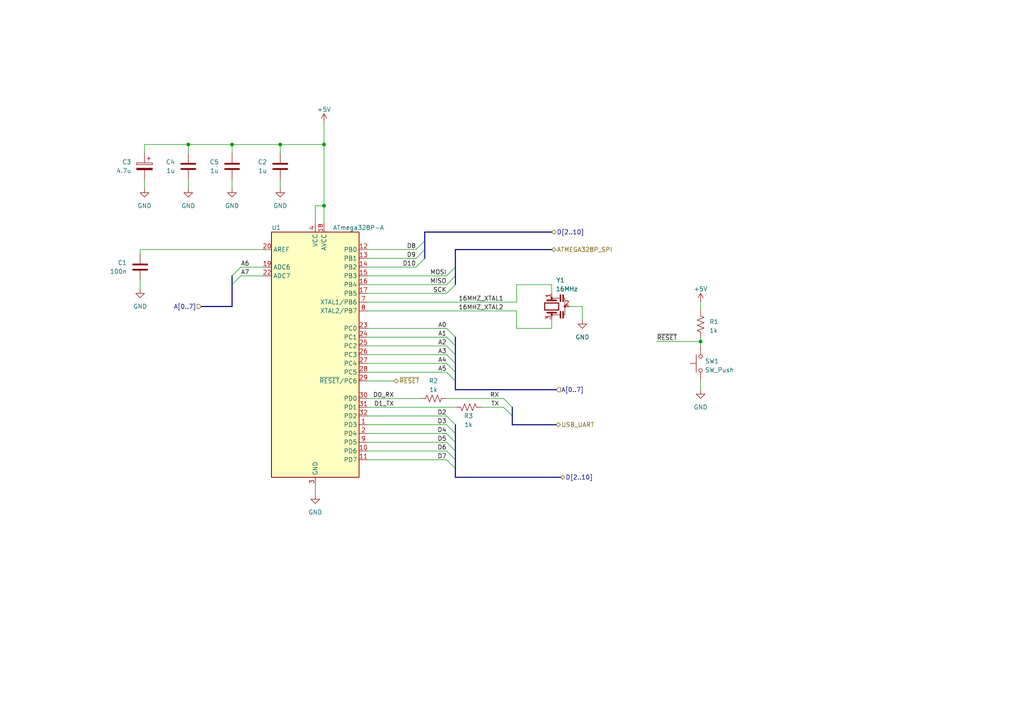
<source format=kicad_sch>
(kicad_sch (version 20230121) (generator eeschema)

  (uuid 1867d90e-4560-4cdc-b3b2-f1f733eede88)

  (paper "A4")

  (lib_symbols
    (symbol "Device:C" (pin_numbers hide) (pin_names (offset 0.254)) (in_bom yes) (on_board yes)
      (property "Reference" "C" (at 0.635 2.54 0)
        (effects (font (size 1.27 1.27)) (justify left))
      )
      (property "Value" "C" (at 0.635 -2.54 0)
        (effects (font (size 1.27 1.27)) (justify left))
      )
      (property "Footprint" "" (at 0.9652 -3.81 0)
        (effects (font (size 1.27 1.27)) hide)
      )
      (property "Datasheet" "~" (at 0 0 0)
        (effects (font (size 1.27 1.27)) hide)
      )
      (property "ki_keywords" "cap capacitor" (at 0 0 0)
        (effects (font (size 1.27 1.27)) hide)
      )
      (property "ki_description" "Unpolarized capacitor" (at 0 0 0)
        (effects (font (size 1.27 1.27)) hide)
      )
      (property "ki_fp_filters" "C_*" (at 0 0 0)
        (effects (font (size 1.27 1.27)) hide)
      )
      (symbol "C_0_1"
        (polyline
          (pts
            (xy -2.032 -0.762)
            (xy 2.032 -0.762)
          )
          (stroke (width 0.508) (type default))
          (fill (type none))
        )
        (polyline
          (pts
            (xy -2.032 0.762)
            (xy 2.032 0.762)
          )
          (stroke (width 0.508) (type default))
          (fill (type none))
        )
      )
      (symbol "C_1_1"
        (pin passive line (at 0 3.81 270) (length 2.794)
          (name "~" (effects (font (size 1.27 1.27))))
          (number "1" (effects (font (size 1.27 1.27))))
        )
        (pin passive line (at 0 -3.81 90) (length 2.794)
          (name "~" (effects (font (size 1.27 1.27))))
          (number "2" (effects (font (size 1.27 1.27))))
        )
      )
    )
    (symbol "Device:C_Polarized" (pin_numbers hide) (pin_names (offset 0.254)) (in_bom yes) (on_board yes)
      (property "Reference" "C" (at 0.635 2.54 0)
        (effects (font (size 1.27 1.27)) (justify left))
      )
      (property "Value" "C_Polarized" (at 0.635 -2.54 0)
        (effects (font (size 1.27 1.27)) (justify left))
      )
      (property "Footprint" "" (at 0.9652 -3.81 0)
        (effects (font (size 1.27 1.27)) hide)
      )
      (property "Datasheet" "~" (at 0 0 0)
        (effects (font (size 1.27 1.27)) hide)
      )
      (property "ki_keywords" "cap capacitor" (at 0 0 0)
        (effects (font (size 1.27 1.27)) hide)
      )
      (property "ki_description" "Polarized capacitor" (at 0 0 0)
        (effects (font (size 1.27 1.27)) hide)
      )
      (property "ki_fp_filters" "CP_*" (at 0 0 0)
        (effects (font (size 1.27 1.27)) hide)
      )
      (symbol "C_Polarized_0_1"
        (rectangle (start -2.286 0.508) (end 2.286 1.016)
          (stroke (width 0) (type default))
          (fill (type none))
        )
        (polyline
          (pts
            (xy -1.778 2.286)
            (xy -0.762 2.286)
          )
          (stroke (width 0) (type default))
          (fill (type none))
        )
        (polyline
          (pts
            (xy -1.27 2.794)
            (xy -1.27 1.778)
          )
          (stroke (width 0) (type default))
          (fill (type none))
        )
        (rectangle (start 2.286 -0.508) (end -2.286 -1.016)
          (stroke (width 0) (type default))
          (fill (type outline))
        )
      )
      (symbol "C_Polarized_1_1"
        (pin passive line (at 0 3.81 270) (length 2.794)
          (name "~" (effects (font (size 1.27 1.27))))
          (number "1" (effects (font (size 1.27 1.27))))
        )
        (pin passive line (at 0 -3.81 90) (length 2.794)
          (name "~" (effects (font (size 1.27 1.27))))
          (number "2" (effects (font (size 1.27 1.27))))
        )
      )
    )
    (symbol "Device:R_US" (pin_numbers hide) (pin_names (offset 0)) (in_bom yes) (on_board yes)
      (property "Reference" "R" (at 2.54 0 90)
        (effects (font (size 1.27 1.27)))
      )
      (property "Value" "R_US" (at -2.54 0 90)
        (effects (font (size 1.27 1.27)))
      )
      (property "Footprint" "" (at 1.016 -0.254 90)
        (effects (font (size 1.27 1.27)) hide)
      )
      (property "Datasheet" "~" (at 0 0 0)
        (effects (font (size 1.27 1.27)) hide)
      )
      (property "ki_keywords" "R res resistor" (at 0 0 0)
        (effects (font (size 1.27 1.27)) hide)
      )
      (property "ki_description" "Resistor, US symbol" (at 0 0 0)
        (effects (font (size 1.27 1.27)) hide)
      )
      (property "ki_fp_filters" "R_*" (at 0 0 0)
        (effects (font (size 1.27 1.27)) hide)
      )
      (symbol "R_US_0_1"
        (polyline
          (pts
            (xy 0 -2.286)
            (xy 0 -2.54)
          )
          (stroke (width 0) (type default))
          (fill (type none))
        )
        (polyline
          (pts
            (xy 0 2.286)
            (xy 0 2.54)
          )
          (stroke (width 0) (type default))
          (fill (type none))
        )
        (polyline
          (pts
            (xy 0 -0.762)
            (xy 1.016 -1.143)
            (xy 0 -1.524)
            (xy -1.016 -1.905)
            (xy 0 -2.286)
          )
          (stroke (width 0) (type default))
          (fill (type none))
        )
        (polyline
          (pts
            (xy 0 0.762)
            (xy 1.016 0.381)
            (xy 0 0)
            (xy -1.016 -0.381)
            (xy 0 -0.762)
          )
          (stroke (width 0) (type default))
          (fill (type none))
        )
        (polyline
          (pts
            (xy 0 2.286)
            (xy 1.016 1.905)
            (xy 0 1.524)
            (xy -1.016 1.143)
            (xy 0 0.762)
          )
          (stroke (width 0) (type default))
          (fill (type none))
        )
      )
      (symbol "R_US_1_1"
        (pin passive line (at 0 3.81 270) (length 1.27)
          (name "~" (effects (font (size 1.27 1.27))))
          (number "1" (effects (font (size 1.27 1.27))))
        )
        (pin passive line (at 0 -3.81 90) (length 1.27)
          (name "~" (effects (font (size 1.27 1.27))))
          (number "2" (effects (font (size 1.27 1.27))))
        )
      )
    )
    (symbol "Device:Resonator" (pin_names (offset 1.016) hide) (in_bom yes) (on_board yes)
      (property "Reference" "Y" (at 0 5.715 0)
        (effects (font (size 1.27 1.27)))
      )
      (property "Value" "Resonator" (at 0 3.81 0)
        (effects (font (size 1.27 1.27)))
      )
      (property "Footprint" "" (at -0.635 0 0)
        (effects (font (size 1.27 1.27)) hide)
      )
      (property "Datasheet" "~" (at -0.635 0 0)
        (effects (font (size 1.27 1.27)) hide)
      )
      (property "ki_keywords" "ceramic resonator" (at 0 0 0)
        (effects (font (size 1.27 1.27)) hide)
      )
      (property "ki_description" "Three pin ceramic resonator" (at 0 0 0)
        (effects (font (size 1.27 1.27)) hide)
      )
      (property "ki_fp_filters" "Filter* Resonator*" (at 0 0 0)
        (effects (font (size 1.27 1.27)) hide)
      )
      (symbol "Resonator_0_1"
        (rectangle (start -3.429 -3.175) (end -1.397 -3.429)
          (stroke (width 0) (type default))
          (fill (type outline))
        )
        (rectangle (start -3.429 -2.413) (end -1.397 -2.667)
          (stroke (width 0) (type default))
          (fill (type outline))
        )
        (circle (center -2.413 0) (radius 0.254)
          (stroke (width 0) (type default))
          (fill (type outline))
        )
        (rectangle (start -1.016 2.032) (end 1.016 -2.032)
          (stroke (width 0.3048) (type default))
          (fill (type none))
        )
        (circle (center 0 -3.81) (radius 0.254)
          (stroke (width 0) (type default))
          (fill (type outline))
        )
        (polyline
          (pts
            (xy -2.413 -2.413)
            (xy -2.413 0)
          )
          (stroke (width 0) (type default))
          (fill (type none))
        )
        (polyline
          (pts
            (xy -1.905 0)
            (xy -3.175 0)
          )
          (stroke (width 0) (type default))
          (fill (type none))
        )
        (polyline
          (pts
            (xy -1.778 -1.27)
            (xy -1.778 1.27)
          )
          (stroke (width 0.508) (type default))
          (fill (type none))
        )
        (polyline
          (pts
            (xy 1.778 -1.27)
            (xy 1.778 1.27)
          )
          (stroke (width 0.508) (type default))
          (fill (type none))
        )
        (polyline
          (pts
            (xy 1.905 0)
            (xy 2.54 0)
          )
          (stroke (width 0) (type default))
          (fill (type none))
        )
        (polyline
          (pts
            (xy 2.413 0)
            (xy 2.413 -2.54)
          )
          (stroke (width 0) (type default))
          (fill (type none))
        )
        (polyline
          (pts
            (xy 2.413 -3.302)
            (xy 2.413 -3.81)
            (xy -2.413 -3.81)
            (xy -2.413 -3.302)
          )
          (stroke (width 0) (type default))
          (fill (type none))
        )
        (rectangle (start 1.397 -3.175) (end 3.429 -3.429)
          (stroke (width 0) (type default))
          (fill (type outline))
        )
        (rectangle (start 1.397 -2.413) (end 3.429 -2.667)
          (stroke (width 0) (type default))
          (fill (type outline))
        )
        (circle (center 2.413 0) (radius 0.254)
          (stroke (width 0) (type default))
          (fill (type outline))
        )
      )
      (symbol "Resonator_1_1"
        (pin passive line (at -3.81 0 0) (length 1.27)
          (name "1" (effects (font (size 1.27 1.27))))
          (number "1" (effects (font (size 1.27 1.27))))
        )
        (pin passive line (at 0 -5.08 90) (length 1.27)
          (name "2" (effects (font (size 1.27 1.27))))
          (number "2" (effects (font (size 1.27 1.27))))
        )
        (pin passive line (at 3.81 0 180) (length 1.27)
          (name "3" (effects (font (size 1.27 1.27))))
          (number "3" (effects (font (size 1.27 1.27))))
        )
      )
    )
    (symbol "MCU_Microchip_ATmega:ATmega328P-A" (in_bom yes) (on_board yes)
      (property "Reference" "U" (at -12.7 36.83 0)
        (effects (font (size 1.27 1.27)) (justify left bottom))
      )
      (property "Value" "ATmega328P-A" (at 2.54 -36.83 0)
        (effects (font (size 1.27 1.27)) (justify left top))
      )
      (property "Footprint" "Package_QFP:TQFP-32_7x7mm_P0.8mm" (at 0 0 0)
        (effects (font (size 1.27 1.27) italic) hide)
      )
      (property "Datasheet" "http://ww1.microchip.com/downloads/en/DeviceDoc/ATmega328_P%20AVR%20MCU%20with%20picoPower%20Technology%20Data%20Sheet%2040001984A.pdf" (at 0 0 0)
        (effects (font (size 1.27 1.27)) hide)
      )
      (property "ki_keywords" "AVR 8bit Microcontroller MegaAVR PicoPower" (at 0 0 0)
        (effects (font (size 1.27 1.27)) hide)
      )
      (property "ki_description" "20MHz, 32kB Flash, 2kB SRAM, 1kB EEPROM, TQFP-32" (at 0 0 0)
        (effects (font (size 1.27 1.27)) hide)
      )
      (property "ki_fp_filters" "TQFP*7x7mm*P0.8mm*" (at 0 0 0)
        (effects (font (size 1.27 1.27)) hide)
      )
      (symbol "ATmega328P-A_0_1"
        (rectangle (start -12.7 -35.56) (end 12.7 35.56)
          (stroke (width 0.254) (type default))
          (fill (type background))
        )
      )
      (symbol "ATmega328P-A_1_1"
        (pin bidirectional line (at 15.24 -20.32 180) (length 2.54)
          (name "PD3" (effects (font (size 1.27 1.27))))
          (number "1" (effects (font (size 1.27 1.27))))
        )
        (pin bidirectional line (at 15.24 -27.94 180) (length 2.54)
          (name "PD6" (effects (font (size 1.27 1.27))))
          (number "10" (effects (font (size 1.27 1.27))))
        )
        (pin bidirectional line (at 15.24 -30.48 180) (length 2.54)
          (name "PD7" (effects (font (size 1.27 1.27))))
          (number "11" (effects (font (size 1.27 1.27))))
        )
        (pin bidirectional line (at 15.24 30.48 180) (length 2.54)
          (name "PB0" (effects (font (size 1.27 1.27))))
          (number "12" (effects (font (size 1.27 1.27))))
        )
        (pin bidirectional line (at 15.24 27.94 180) (length 2.54)
          (name "PB1" (effects (font (size 1.27 1.27))))
          (number "13" (effects (font (size 1.27 1.27))))
        )
        (pin bidirectional line (at 15.24 25.4 180) (length 2.54)
          (name "PB2" (effects (font (size 1.27 1.27))))
          (number "14" (effects (font (size 1.27 1.27))))
        )
        (pin bidirectional line (at 15.24 22.86 180) (length 2.54)
          (name "PB3" (effects (font (size 1.27 1.27))))
          (number "15" (effects (font (size 1.27 1.27))))
        )
        (pin bidirectional line (at 15.24 20.32 180) (length 2.54)
          (name "PB4" (effects (font (size 1.27 1.27))))
          (number "16" (effects (font (size 1.27 1.27))))
        )
        (pin bidirectional line (at 15.24 17.78 180) (length 2.54)
          (name "PB5" (effects (font (size 1.27 1.27))))
          (number "17" (effects (font (size 1.27 1.27))))
        )
        (pin power_in line (at 2.54 38.1 270) (length 2.54)
          (name "AVCC" (effects (font (size 1.27 1.27))))
          (number "18" (effects (font (size 1.27 1.27))))
        )
        (pin input line (at -15.24 25.4 0) (length 2.54)
          (name "ADC6" (effects (font (size 1.27 1.27))))
          (number "19" (effects (font (size 1.27 1.27))))
        )
        (pin bidirectional line (at 15.24 -22.86 180) (length 2.54)
          (name "PD4" (effects (font (size 1.27 1.27))))
          (number "2" (effects (font (size 1.27 1.27))))
        )
        (pin passive line (at -15.24 30.48 0) (length 2.54)
          (name "AREF" (effects (font (size 1.27 1.27))))
          (number "20" (effects (font (size 1.27 1.27))))
        )
        (pin passive line (at 0 -38.1 90) (length 2.54) hide
          (name "GND" (effects (font (size 1.27 1.27))))
          (number "21" (effects (font (size 1.27 1.27))))
        )
        (pin input line (at -15.24 22.86 0) (length 2.54)
          (name "ADC7" (effects (font (size 1.27 1.27))))
          (number "22" (effects (font (size 1.27 1.27))))
        )
        (pin bidirectional line (at 15.24 7.62 180) (length 2.54)
          (name "PC0" (effects (font (size 1.27 1.27))))
          (number "23" (effects (font (size 1.27 1.27))))
        )
        (pin bidirectional line (at 15.24 5.08 180) (length 2.54)
          (name "PC1" (effects (font (size 1.27 1.27))))
          (number "24" (effects (font (size 1.27 1.27))))
        )
        (pin bidirectional line (at 15.24 2.54 180) (length 2.54)
          (name "PC2" (effects (font (size 1.27 1.27))))
          (number "25" (effects (font (size 1.27 1.27))))
        )
        (pin bidirectional line (at 15.24 0 180) (length 2.54)
          (name "PC3" (effects (font (size 1.27 1.27))))
          (number "26" (effects (font (size 1.27 1.27))))
        )
        (pin bidirectional line (at 15.24 -2.54 180) (length 2.54)
          (name "PC4" (effects (font (size 1.27 1.27))))
          (number "27" (effects (font (size 1.27 1.27))))
        )
        (pin bidirectional line (at 15.24 -5.08 180) (length 2.54)
          (name "PC5" (effects (font (size 1.27 1.27))))
          (number "28" (effects (font (size 1.27 1.27))))
        )
        (pin bidirectional line (at 15.24 -7.62 180) (length 2.54)
          (name "~{RESET}/PC6" (effects (font (size 1.27 1.27))))
          (number "29" (effects (font (size 1.27 1.27))))
        )
        (pin power_in line (at 0 -38.1 90) (length 2.54)
          (name "GND" (effects (font (size 1.27 1.27))))
          (number "3" (effects (font (size 1.27 1.27))))
        )
        (pin bidirectional line (at 15.24 -12.7 180) (length 2.54)
          (name "PD0" (effects (font (size 1.27 1.27))))
          (number "30" (effects (font (size 1.27 1.27))))
        )
        (pin bidirectional line (at 15.24 -15.24 180) (length 2.54)
          (name "PD1" (effects (font (size 1.27 1.27))))
          (number "31" (effects (font (size 1.27 1.27))))
        )
        (pin bidirectional line (at 15.24 -17.78 180) (length 2.54)
          (name "PD2" (effects (font (size 1.27 1.27))))
          (number "32" (effects (font (size 1.27 1.27))))
        )
        (pin power_in line (at 0 38.1 270) (length 2.54)
          (name "VCC" (effects (font (size 1.27 1.27))))
          (number "4" (effects (font (size 1.27 1.27))))
        )
        (pin passive line (at 0 -38.1 90) (length 2.54) hide
          (name "GND" (effects (font (size 1.27 1.27))))
          (number "5" (effects (font (size 1.27 1.27))))
        )
        (pin passive line (at 0 38.1 270) (length 2.54) hide
          (name "VCC" (effects (font (size 1.27 1.27))))
          (number "6" (effects (font (size 1.27 1.27))))
        )
        (pin bidirectional line (at 15.24 15.24 180) (length 2.54)
          (name "XTAL1/PB6" (effects (font (size 1.27 1.27))))
          (number "7" (effects (font (size 1.27 1.27))))
        )
        (pin bidirectional line (at 15.24 12.7 180) (length 2.54)
          (name "XTAL2/PB7" (effects (font (size 1.27 1.27))))
          (number "8" (effects (font (size 1.27 1.27))))
        )
        (pin bidirectional line (at 15.24 -25.4 180) (length 2.54)
          (name "PD5" (effects (font (size 1.27 1.27))))
          (number "9" (effects (font (size 1.27 1.27))))
        )
      )
    )
    (symbol "PCM_4ms_Power-symbol:+5V" (power) (pin_names (offset 0)) (in_bom yes) (on_board yes)
      (property "Reference" "#PWR" (at 0 -3.81 0)
        (effects (font (size 1.27 1.27)) hide)
      )
      (property "Value" "+5V" (at 0 3.556 0)
        (effects (font (size 1.27 1.27)))
      )
      (property "Footprint" "" (at 0 0 0)
        (effects (font (size 1.27 1.27)) hide)
      )
      (property "Datasheet" "" (at 0 0 0)
        (effects (font (size 1.27 1.27)) hide)
      )
      (symbol "+5V_0_1"
        (polyline
          (pts
            (xy -0.762 1.27)
            (xy 0 2.54)
          )
          (stroke (width 0) (type default))
          (fill (type none))
        )
        (polyline
          (pts
            (xy 0 0)
            (xy 0 2.54)
          )
          (stroke (width 0) (type default))
          (fill (type none))
        )
        (polyline
          (pts
            (xy 0 2.54)
            (xy 0.762 1.27)
          )
          (stroke (width 0) (type default))
          (fill (type none))
        )
      )
      (symbol "+5V_1_1"
        (pin power_in line (at 0 0 90) (length 0) hide
          (name "+5V" (effects (font (size 1.27 1.27))))
          (number "1" (effects (font (size 1.27 1.27))))
        )
      )
    )
    (symbol "PCM_4ms_Power-symbol:GND" (power) (pin_names (offset 0)) (in_bom yes) (on_board yes)
      (property "Reference" "#PWR" (at 0 -6.35 0)
        (effects (font (size 1.27 1.27)) hide)
      )
      (property "Value" "GND" (at 0 -3.81 0)
        (effects (font (size 1.27 1.27)))
      )
      (property "Footprint" "" (at 0 0 0)
        (effects (font (size 1.27 1.27)) hide)
      )
      (property "Datasheet" "" (at 0 0 0)
        (effects (font (size 1.27 1.27)) hide)
      )
      (symbol "GND_0_1"
        (polyline
          (pts
            (xy 0 0)
            (xy 0 -1.27)
            (xy 1.27 -1.27)
            (xy 0 -2.54)
            (xy -1.27 -1.27)
            (xy 0 -1.27)
          )
          (stroke (width 0) (type default))
          (fill (type none))
        )
      )
      (symbol "GND_1_1"
        (pin power_in line (at 0 0 270) (length 0) hide
          (name "GND" (effects (font (size 1.27 1.27))))
          (number "1" (effects (font (size 1.27 1.27))))
        )
      )
    )
    (symbol "Switch:SW_Push" (pin_numbers hide) (pin_names (offset 1.016) hide) (in_bom yes) (on_board yes)
      (property "Reference" "SW" (at 1.27 2.54 0)
        (effects (font (size 1.27 1.27)) (justify left))
      )
      (property "Value" "SW_Push" (at 0 -1.524 0)
        (effects (font (size 1.27 1.27)))
      )
      (property "Footprint" "" (at 0 5.08 0)
        (effects (font (size 1.27 1.27)) hide)
      )
      (property "Datasheet" "~" (at 0 5.08 0)
        (effects (font (size 1.27 1.27)) hide)
      )
      (property "ki_keywords" "switch normally-open pushbutton push-button" (at 0 0 0)
        (effects (font (size 1.27 1.27)) hide)
      )
      (property "ki_description" "Push button switch, generic, two pins" (at 0 0 0)
        (effects (font (size 1.27 1.27)) hide)
      )
      (symbol "SW_Push_0_1"
        (circle (center -2.032 0) (radius 0.508)
          (stroke (width 0) (type default))
          (fill (type none))
        )
        (polyline
          (pts
            (xy 0 1.27)
            (xy 0 3.048)
          )
          (stroke (width 0) (type default))
          (fill (type none))
        )
        (polyline
          (pts
            (xy 2.54 1.27)
            (xy -2.54 1.27)
          )
          (stroke (width 0) (type default))
          (fill (type none))
        )
        (circle (center 2.032 0) (radius 0.508)
          (stroke (width 0) (type default))
          (fill (type none))
        )
        (pin passive line (at -5.08 0 0) (length 2.54)
          (name "1" (effects (font (size 1.27 1.27))))
          (number "1" (effects (font (size 1.27 1.27))))
        )
        (pin passive line (at 5.08 0 180) (length 2.54)
          (name "2" (effects (font (size 1.27 1.27))))
          (number "2" (effects (font (size 1.27 1.27))))
        )
      )
    )
  )

  (junction (at 67.31 41.91) (diameter 0) (color 0 0 0 0)
    (uuid 5de1cc1f-ecbe-4f55-9192-7822cb5f799f)
  )
  (junction (at 203.2 99.06) (diameter 0) (color 0 0 0 0)
    (uuid 9f945797-b6c5-4e58-9e68-432065dfd786)
  )
  (junction (at 93.98 59.69) (diameter 0) (color 0 0 0 0)
    (uuid bc31b398-4253-417d-a41e-60ad6362ce5c)
  )
  (junction (at 81.28 41.91) (diameter 0) (color 0 0 0 0)
    (uuid bfae71e9-5e53-4d5e-ad79-8531ec8328b5)
  )
  (junction (at 93.98 41.91) (diameter 0) (color 0 0 0 0)
    (uuid d50d34a2-3d08-4313-bf99-652719653ebc)
  )
  (junction (at 54.61 41.91) (diameter 0) (color 0 0 0 0)
    (uuid f258c542-ee6c-4ad6-a320-1cca5f757651)
  )

  (bus_entry (at 129.54 107.95) (size 2.54 2.54)
    (stroke (width 0) (type default))
    (uuid 01689738-5ea6-4255-a352-bee1e81bbb8a)
  )
  (bus_entry (at 146.05 118.11) (size 2.54 2.54)
    (stroke (width 0) (type default))
    (uuid 17faf331-906f-4776-8076-92c3e8d5f55f)
  )
  (bus_entry (at 120.65 72.39) (size 2.54 -2.54)
    (stroke (width 0) (type default))
    (uuid 1c265285-037a-4a6a-ae60-1b40ca790b23)
  )
  (bus_entry (at 146.05 115.57) (size 2.54 2.54)
    (stroke (width 0) (type default))
    (uuid 1d2215c5-62d5-4aef-924a-6c18bef9132e)
  )
  (bus_entry (at 129.54 82.55) (size 2.54 -2.54)
    (stroke (width 0) (type default))
    (uuid 28082244-e9ea-46c9-8096-0549d950e807)
  )
  (bus_entry (at 129.54 120.65) (size 2.54 2.54)
    (stroke (width 0) (type default))
    (uuid 2bf11c6e-3420-45c5-bd81-0d25891dd4a7)
  )
  (bus_entry (at 129.54 125.73) (size 2.54 2.54)
    (stroke (width 0) (type default))
    (uuid 51f39da4-b46d-4b03-925e-7d6f29a10fd6)
  )
  (bus_entry (at 67.31 80.01) (size 2.54 -2.54)
    (stroke (width 0) (type default))
    (uuid 6f36a95d-7163-40fc-8e98-61a4379038ed)
  )
  (bus_entry (at 120.65 77.47) (size 2.54 -2.54)
    (stroke (width 0) (type default))
    (uuid 7440ee50-dc30-437c-8ce7-968f3351f468)
  )
  (bus_entry (at 129.54 133.35) (size 2.54 2.54)
    (stroke (width 0) (type default))
    (uuid 8701dd45-febf-41c1-8b20-8bc2dc2ea2bf)
  )
  (bus_entry (at 129.54 105.41) (size 2.54 2.54)
    (stroke (width 0) (type default))
    (uuid 906634aa-9d44-452c-828f-62c7f581d296)
  )
  (bus_entry (at 67.31 82.55) (size 2.54 -2.54)
    (stroke (width 0) (type default))
    (uuid 97013d1d-bc45-413d-a93a-7122bfb8fba0)
  )
  (bus_entry (at 120.65 74.93) (size 2.54 -2.54)
    (stroke (width 0) (type default))
    (uuid 97e321b2-ce08-46d8-bb90-27326fb570d3)
  )
  (bus_entry (at 129.54 130.81) (size 2.54 2.54)
    (stroke (width 0) (type default))
    (uuid a367ae92-d1d4-4c81-a4a7-28a56edbeed6)
  )
  (bus_entry (at 129.54 95.25) (size 2.54 2.54)
    (stroke (width 0) (type default))
    (uuid c469a511-2295-4f43-9abd-b8aed3ced268)
  )
  (bus_entry (at 129.54 128.27) (size 2.54 2.54)
    (stroke (width 0) (type default))
    (uuid d4fa1ac3-1f40-4c11-b706-a9398c65bec7)
  )
  (bus_entry (at 129.54 102.87) (size 2.54 2.54)
    (stroke (width 0) (type default))
    (uuid d5720ff9-1124-4744-b6ba-e80415cb6a80)
  )
  (bus_entry (at 129.54 85.09) (size 2.54 -2.54)
    (stroke (width 0) (type default))
    (uuid e7ae1905-dae0-4edc-bae1-91ba1d8f72a1)
  )
  (bus_entry (at 129.54 123.19) (size 2.54 2.54)
    (stroke (width 0) (type default))
    (uuid ed54bfc7-acf5-4fd6-80cd-72970a323ffb)
  )
  (bus_entry (at 129.54 100.33) (size 2.54 2.54)
    (stroke (width 0) (type default))
    (uuid f1590691-16cc-4aea-90a4-5879ec3fb76b)
  )
  (bus_entry (at 129.54 97.79) (size 2.54 2.54)
    (stroke (width 0) (type default))
    (uuid f32719b5-38cf-4a4a-bb53-525f64184b09)
  )
  (bus_entry (at 129.54 80.01) (size 2.54 -2.54)
    (stroke (width 0) (type default))
    (uuid fc059042-dd05-4748-85ec-ed117668a927)
  )

  (bus (pts (xy 123.19 69.85) (xy 123.19 67.31))
    (stroke (width 0) (type default))
    (uuid 0244434c-402d-4b38-aa3a-db7082104d10)
  )

  (wire (pts (xy 190.5 99.06) (xy 203.2 99.06))
    (stroke (width 0) (type default))
    (uuid 04dc10a6-bdb6-4ab7-af5b-5e83b334f828)
  )
  (bus (pts (xy 132.08 82.55) (xy 132.08 80.01))
    (stroke (width 0) (type default))
    (uuid 07e6b66b-be36-4a5d-be5d-d2f826ae3a94)
  )

  (wire (pts (xy 106.68 105.41) (xy 129.54 105.41))
    (stroke (width 0) (type default))
    (uuid 115d7293-cb3e-42fc-b743-e672961dbf99)
  )
  (wire (pts (xy 106.68 72.39) (xy 120.65 72.39))
    (stroke (width 0) (type default))
    (uuid 12e28bd4-fa92-452d-b650-079dad0d1930)
  )
  (wire (pts (xy 106.68 123.19) (xy 129.54 123.19))
    (stroke (width 0) (type default))
    (uuid 13225fd0-f1ae-4ac8-9047-b46fb80c862a)
  )
  (bus (pts (xy 132.08 77.47) (xy 132.08 72.39))
    (stroke (width 0) (type default))
    (uuid 1bec6945-a85d-40e2-9b8c-96bd3bd33333)
  )

  (wire (pts (xy 106.68 128.27) (xy 129.54 128.27))
    (stroke (width 0) (type default))
    (uuid 2170b364-7977-4f50-bedd-14d5a2f35112)
  )
  (bus (pts (xy 67.31 88.9) (xy 58.42 88.9))
    (stroke (width 0) (type default))
    (uuid 2479e7ae-8d64-4e48-a21a-c7c84918951c)
  )

  (wire (pts (xy 203.2 87.63) (xy 203.2 90.17))
    (stroke (width 0) (type default))
    (uuid 27574f49-72da-4851-aea0-6e156dc6f5ca)
  )
  (wire (pts (xy 41.91 52.07) (xy 41.91 54.61))
    (stroke (width 0) (type default))
    (uuid 28d4ba0b-5995-468b-9a21-06c946ce62c8)
  )
  (wire (pts (xy 106.68 130.81) (xy 129.54 130.81))
    (stroke (width 0) (type default))
    (uuid 2aef8b9f-b8cf-4f8b-9be8-d01c8af7d25f)
  )
  (wire (pts (xy 160.02 95.25) (xy 160.02 92.71))
    (stroke (width 0) (type default))
    (uuid 2bf93f22-cf28-4f62-877a-788f622ac839)
  )
  (wire (pts (xy 69.85 77.47) (xy 76.2 77.47))
    (stroke (width 0) (type default))
    (uuid 2c317201-b699-4bba-8c09-8fbd71e10fd1)
  )
  (wire (pts (xy 106.68 80.01) (xy 129.54 80.01))
    (stroke (width 0) (type default))
    (uuid 3079304b-fb26-4988-a7e2-a4d54346f716)
  )
  (wire (pts (xy 203.2 97.79) (xy 203.2 99.06))
    (stroke (width 0) (type default))
    (uuid 3203c25f-b866-48b7-8e22-897e72856fd2)
  )
  (wire (pts (xy 93.98 59.69) (xy 93.98 64.77))
    (stroke (width 0) (type default))
    (uuid 321b32ff-c80f-4b58-aa18-3dded686cc01)
  )
  (bus (pts (xy 148.59 123.19) (xy 161.29 123.19))
    (stroke (width 0) (type default))
    (uuid 3424070d-860b-4800-b707-64a4c621cc07)
  )

  (wire (pts (xy 106.68 95.25) (xy 129.54 95.25))
    (stroke (width 0) (type default))
    (uuid 3520027a-0e86-46c4-b775-358002c39e96)
  )
  (wire (pts (xy 93.98 35.56) (xy 93.98 41.91))
    (stroke (width 0) (type default))
    (uuid 38329cab-4052-45ed-9d65-cca5f2ab50c9)
  )
  (wire (pts (xy 160.02 82.55) (xy 160.02 85.09))
    (stroke (width 0) (type default))
    (uuid 394b8883-3e65-4d94-a6fe-67cd86516cf0)
  )
  (wire (pts (xy 106.68 85.09) (xy 129.54 85.09))
    (stroke (width 0) (type default))
    (uuid 397d779a-c842-413f-b94c-b8279df25786)
  )
  (wire (pts (xy 139.7 118.11) (xy 146.05 118.11))
    (stroke (width 0) (type default))
    (uuid 4005011c-9ede-435b-9de6-1b180bed49d1)
  )
  (wire (pts (xy 149.86 87.63) (xy 149.86 82.55))
    (stroke (width 0) (type default))
    (uuid 4198017e-5e1e-483f-8568-1dbe923caa83)
  )
  (wire (pts (xy 165.1 88.9) (xy 168.91 88.9))
    (stroke (width 0) (type default))
    (uuid 41bdceaa-1250-49e0-86b8-e18758fa868d)
  )
  (wire (pts (xy 129.54 115.57) (xy 146.05 115.57))
    (stroke (width 0) (type default))
    (uuid 42444f8b-062d-44ea-a4a5-098a547c95c6)
  )
  (bus (pts (xy 132.08 135.89) (xy 132.08 138.43))
    (stroke (width 0) (type default))
    (uuid 42ce8273-4cbb-4836-ba72-450f5e6c9e46)
  )
  (bus (pts (xy 132.08 100.33) (xy 132.08 102.87))
    (stroke (width 0) (type default))
    (uuid 46cef27b-6b4e-41fc-a875-d5a2edc3c32f)
  )

  (wire (pts (xy 91.44 140.97) (xy 91.44 143.51))
    (stroke (width 0) (type default))
    (uuid 498a0627-42be-4bbd-a700-7f69bfe65855)
  )
  (wire (pts (xy 81.28 41.91) (xy 81.28 44.45))
    (stroke (width 0) (type default))
    (uuid 498a963b-038c-4dce-b2cb-6345568e9aa3)
  )
  (wire (pts (xy 106.68 118.11) (xy 132.08 118.11))
    (stroke (width 0) (type default))
    (uuid 4add1a5f-090d-42d1-9e28-bd070316f567)
  )
  (bus (pts (xy 123.19 72.39) (xy 123.19 69.85))
    (stroke (width 0) (type default))
    (uuid 4e7b6c33-bce5-41c3-ad34-203c77b8e398)
  )

  (wire (pts (xy 106.68 102.87) (xy 129.54 102.87))
    (stroke (width 0) (type default))
    (uuid 52edc87f-b179-46fb-ab2c-2061621f9d00)
  )
  (bus (pts (xy 132.08 128.27) (xy 132.08 130.81))
    (stroke (width 0) (type default))
    (uuid 5356466b-210e-45ed-8f69-0992a80c9203)
  )
  (bus (pts (xy 132.08 133.35) (xy 132.08 135.89))
    (stroke (width 0) (type default))
    (uuid 60e36998-1110-40c1-8c86-c6cd6e10f616)
  )
  (bus (pts (xy 132.08 125.73) (xy 132.08 128.27))
    (stroke (width 0) (type default))
    (uuid 62a7d2f5-aab7-4fef-a0f6-15f504feeeb1)
  )

  (wire (pts (xy 40.64 81.28) (xy 40.64 83.82))
    (stroke (width 0) (type default))
    (uuid 62c73219-71f5-4aae-b198-8161f3e460bb)
  )
  (wire (pts (xy 93.98 41.91) (xy 81.28 41.91))
    (stroke (width 0) (type default))
    (uuid 659cd80c-09a7-408c-af0e-81ad12686ba4)
  )
  (wire (pts (xy 106.68 97.79) (xy 129.54 97.79))
    (stroke (width 0) (type default))
    (uuid 688d1d79-a260-4174-88f3-ac8c9167e280)
  )
  (bus (pts (xy 132.08 102.87) (xy 132.08 105.41))
    (stroke (width 0) (type default))
    (uuid 6b8ba808-f359-4a8b-85f9-4d8eb7ec1b66)
  )

  (wire (pts (xy 67.31 41.91) (xy 81.28 41.91))
    (stroke (width 0) (type default))
    (uuid 6d32e852-1cca-433c-9d2f-b7d66901942f)
  )
  (wire (pts (xy 54.61 44.45) (xy 54.61 41.91))
    (stroke (width 0) (type default))
    (uuid 6d3dd011-35b5-48f4-b86f-637fab1381fb)
  )
  (bus (pts (xy 148.59 118.11) (xy 148.59 120.65))
    (stroke (width 0) (type default))
    (uuid 6e8c3eb4-7261-4879-84e3-f5d6e973b39d)
  )
  (bus (pts (xy 132.08 105.41) (xy 132.08 107.95))
    (stroke (width 0) (type default))
    (uuid 71675957-3e3d-4fe6-8060-60ae241821e2)
  )

  (wire (pts (xy 106.68 133.35) (xy 129.54 133.35))
    (stroke (width 0) (type default))
    (uuid 74c07957-5682-430f-b95e-e162437045b6)
  )
  (wire (pts (xy 76.2 72.39) (xy 40.64 72.39))
    (stroke (width 0) (type default))
    (uuid 7519ac6a-7d55-4d26-b5ef-4a57164f8644)
  )
  (wire (pts (xy 81.28 52.07) (xy 81.28 54.61))
    (stroke (width 0) (type default))
    (uuid 7b5655cf-6d29-4754-bb78-8f7d1ada4e2e)
  )
  (bus (pts (xy 132.08 138.43) (xy 162.56 138.43))
    (stroke (width 0) (type default))
    (uuid 82c66acd-60cf-4c4d-b436-10035da16c89)
  )
  (bus (pts (xy 132.08 113.03) (xy 161.29 113.03))
    (stroke (width 0) (type default))
    (uuid 854fd4fa-c828-4b17-8ad7-74d30b246b26)
  )

  (wire (pts (xy 106.68 125.73) (xy 129.54 125.73))
    (stroke (width 0) (type default))
    (uuid 86993acb-14c8-4830-8342-b8a126cdc3f2)
  )
  (wire (pts (xy 106.68 110.49) (xy 114.3 110.49))
    (stroke (width 0) (type default))
    (uuid 872eb88a-7ef1-49eb-bb83-456420c378f9)
  )
  (wire (pts (xy 41.91 41.91) (xy 41.91 44.45))
    (stroke (width 0) (type default))
    (uuid 87ed9ccd-bc4e-4c37-8368-9e1ff5f9d359)
  )
  (wire (pts (xy 168.91 88.9) (xy 168.91 92.71))
    (stroke (width 0) (type default))
    (uuid 8bdbdd4c-75a7-4f8c-8f0b-099b63eacd89)
  )
  (bus (pts (xy 132.08 107.95) (xy 132.08 110.49))
    (stroke (width 0) (type default))
    (uuid 8d9afdbc-8e4f-4b57-9019-b2990eeefd50)
  )

  (wire (pts (xy 106.68 120.65) (xy 129.54 120.65))
    (stroke (width 0) (type default))
    (uuid 9117b0a2-6a58-415c-bd10-10b8154cf868)
  )
  (bus (pts (xy 132.08 130.81) (xy 132.08 133.35))
    (stroke (width 0) (type default))
    (uuid 920de166-652f-439c-a248-aea37b115ce1)
  )

  (wire (pts (xy 106.68 87.63) (xy 149.86 87.63))
    (stroke (width 0) (type default))
    (uuid 95e310f9-27cc-4157-abc5-d5529cf66fab)
  )
  (wire (pts (xy 106.68 90.17) (xy 149.86 90.17))
    (stroke (width 0) (type default))
    (uuid 98e3afda-23ea-449e-9c2e-3a8a9d680982)
  )
  (wire (pts (xy 93.98 41.91) (xy 93.98 59.69))
    (stroke (width 0) (type default))
    (uuid 9c0cee71-72a8-4442-b104-e19f969b9cca)
  )
  (wire (pts (xy 67.31 52.07) (xy 67.31 54.61))
    (stroke (width 0) (type default))
    (uuid 9f374921-7719-40e3-ad04-2b40e6633803)
  )
  (wire (pts (xy 91.44 59.69) (xy 93.98 59.69))
    (stroke (width 0) (type default))
    (uuid a191d9fc-a50b-415d-b069-4a8d90def210)
  )
  (wire (pts (xy 203.2 110.49) (xy 203.2 113.03))
    (stroke (width 0) (type default))
    (uuid a6e092f3-3cf0-4e24-82fd-dd3c220e46fe)
  )
  (wire (pts (xy 106.68 82.55) (xy 129.54 82.55))
    (stroke (width 0) (type default))
    (uuid a7c77c79-685c-482e-a50b-5970deedcf6c)
  )
  (bus (pts (xy 148.59 123.19) (xy 148.59 120.65))
    (stroke (width 0) (type default))
    (uuid b45ad3b6-2a98-4b24-9735-b5a3cf5511fc)
  )
  (bus (pts (xy 132.08 123.19) (xy 132.08 125.73))
    (stroke (width 0) (type default))
    (uuid ba7495b3-4521-44dd-9407-b58309f7afb4)
  )

  (wire (pts (xy 54.61 41.91) (xy 67.31 41.91))
    (stroke (width 0) (type default))
    (uuid bf4ba142-8231-4ec9-b32a-4c106beaf4d7)
  )
  (wire (pts (xy 41.91 41.91) (xy 54.61 41.91))
    (stroke (width 0) (type default))
    (uuid c2462b49-0d20-43e6-af20-093bb3d77936)
  )
  (wire (pts (xy 106.68 77.47) (xy 120.65 77.47))
    (stroke (width 0) (type default))
    (uuid c4a37787-7112-4c90-ab2c-cb5eb510839b)
  )
  (wire (pts (xy 149.86 95.25) (xy 160.02 95.25))
    (stroke (width 0) (type default))
    (uuid c6c77bf6-f30f-43aa-be0d-4ef5610ae97a)
  )
  (bus (pts (xy 132.08 97.79) (xy 132.08 100.33))
    (stroke (width 0) (type default))
    (uuid c96056bc-a67c-4cfc-b90d-1acd322ec2da)
  )
  (bus (pts (xy 132.08 110.49) (xy 132.08 113.03))
    (stroke (width 0) (type default))
    (uuid cc40ba16-239a-4821-9e55-8f26fe892ef4)
  )

  (wire (pts (xy 149.86 90.17) (xy 149.86 95.25))
    (stroke (width 0) (type default))
    (uuid cda886f9-058e-4e7c-98e6-c18d8fd91099)
  )
  (wire (pts (xy 149.86 82.55) (xy 160.02 82.55))
    (stroke (width 0) (type default))
    (uuid cdccfbbc-4b49-4272-a393-d05fac315886)
  )
  (wire (pts (xy 106.68 115.57) (xy 121.92 115.57))
    (stroke (width 0) (type default))
    (uuid d152758d-e62d-4f92-bc86-435869e7597d)
  )
  (wire (pts (xy 91.44 59.69) (xy 91.44 64.77))
    (stroke (width 0) (type default))
    (uuid d44db335-ba16-44c9-9a18-475281ac16b3)
  )
  (wire (pts (xy 106.68 74.93) (xy 120.65 74.93))
    (stroke (width 0) (type default))
    (uuid dc2fdce8-3f9a-46e2-8a29-79973079f2f7)
  )
  (wire (pts (xy 203.2 99.06) (xy 203.2 100.33))
    (stroke (width 0) (type default))
    (uuid e95f3cb9-4344-4a43-b805-3ecedba1661b)
  )
  (wire (pts (xy 67.31 44.45) (xy 67.31 41.91))
    (stroke (width 0) (type default))
    (uuid eb384697-dd06-4cd8-8084-bdc11972bf9d)
  )
  (bus (pts (xy 132.08 72.39) (xy 160.02 72.39))
    (stroke (width 0) (type default))
    (uuid ec5e374b-fd2b-4a93-b511-0066e2fff958)
  )
  (bus (pts (xy 67.31 82.55) (xy 67.31 88.9))
    (stroke (width 0) (type default))
    (uuid edfe5488-e3d8-4825-a9a9-65f9141ea6a4)
  )
  (bus (pts (xy 123.19 67.31) (xy 160.02 67.31))
    (stroke (width 0) (type default))
    (uuid efe43a1c-d722-4541-be10-2c96e5502f0c)
  )

  (wire (pts (xy 54.61 52.07) (xy 54.61 54.61))
    (stroke (width 0) (type default))
    (uuid f05f7b00-84a5-4d1a-af6b-7570b5488542)
  )
  (wire (pts (xy 106.68 107.95) (xy 129.54 107.95))
    (stroke (width 0) (type default))
    (uuid f1481f4f-3932-4f1c-af03-f2bb57e85a06)
  )
  (wire (pts (xy 40.64 72.39) (xy 40.64 73.66))
    (stroke (width 0) (type default))
    (uuid f2597fd9-6184-4d5a-ac45-d189e1e37195)
  )
  (bus (pts (xy 132.08 80.01) (xy 132.08 77.47))
    (stroke (width 0) (type default))
    (uuid f30cb039-542e-48bb-9929-991070c0e2f0)
  )
  (bus (pts (xy 123.19 74.93) (xy 123.19 72.39))
    (stroke (width 0) (type default))
    (uuid f404f768-f41f-4449-94b9-25512190e64d)
  )
  (bus (pts (xy 67.31 80.01) (xy 67.31 82.55))
    (stroke (width 0) (type default))
    (uuid f49c915d-ccf7-4fb7-a144-2cb9d4b55db8)
  )

  (wire (pts (xy 106.68 100.33) (xy 129.54 100.33))
    (stroke (width 0) (type default))
    (uuid fd22baee-d78a-4814-a046-8aec1570311e)
  )
  (wire (pts (xy 69.85 80.01) (xy 76.2 80.01))
    (stroke (width 0) (type default))
    (uuid fe59cb33-6e7e-4082-9e1f-797a30e12601)
  )

  (label "TX" (at 144.78 118.11 180) (fields_autoplaced)
    (effects (font (size 1.27 1.27)) (justify right bottom))
    (uuid 02fdc687-51cb-4308-ab87-76e17d299ce8)
  )
  (label "MISO" (at 129.54 82.55 180) (fields_autoplaced)
    (effects (font (size 1.27 1.27)) (justify right bottom))
    (uuid 09186965-d755-42df-8103-db0c47983d4d)
  )
  (label "A2" (at 129.54 100.33 180) (fields_autoplaced)
    (effects (font (size 1.27 1.27)) (justify right bottom))
    (uuid 09ce94e7-1c75-436f-a8aa-f8e2ecad28b2)
  )
  (label "16MHZ_XTAL1" (at 146.05 87.63 180) (fields_autoplaced)
    (effects (font (size 1.27 1.27)) (justify right bottom))
    (uuid 24a419f2-29a9-4f3a-8f68-660c9b7129e2)
  )
  (label "16MHZ_XTAL2" (at 146.05 90.17 180) (fields_autoplaced)
    (effects (font (size 1.27 1.27)) (justify right bottom))
    (uuid 2bbd5c99-c740-4c50-a112-081781e8635f)
  )
  (label "SCK" (at 129.54 85.09 180) (fields_autoplaced)
    (effects (font (size 1.27 1.27)) (justify right bottom))
    (uuid 4a43b4b6-fd20-4b13-9dfc-f79cd3fd948f)
  )
  (label "D1_TX" (at 114.3 118.11 180) (fields_autoplaced)
    (effects (font (size 1.27 1.27)) (justify right bottom))
    (uuid 4fbfa24a-6486-441a-bde3-a6ee0c876fd5)
  )
  (label "A1" (at 129.54 97.79 180) (fields_autoplaced)
    (effects (font (size 1.27 1.27)) (justify right bottom))
    (uuid 51025203-204b-473b-9708-8a4bf243e095)
  )
  (label "D3" (at 129.54 123.19 180) (fields_autoplaced)
    (effects (font (size 1.27 1.27)) (justify right bottom))
    (uuid 572d3c5b-8e6c-4c52-9ede-3258f3b0eab7)
  )
  (label "A4" (at 129.54 105.41 180) (fields_autoplaced)
    (effects (font (size 1.27 1.27)) (justify right bottom))
    (uuid 5de5c5b9-db27-45f4-be5e-8194c0e26bdf)
  )
  (label "MOSI" (at 129.54 80.01 180) (fields_autoplaced)
    (effects (font (size 1.27 1.27)) (justify right bottom))
    (uuid 6e326d81-5203-4458-9a12-224e7d4f2a91)
  )
  (label "A7" (at 69.85 80.01 0) (fields_autoplaced)
    (effects (font (size 1.27 1.27)) (justify left bottom))
    (uuid 79119561-78c3-4b4b-9a03-94662872f36d)
  )
  (label "D0_RX" (at 114.3 115.57 180) (fields_autoplaced)
    (effects (font (size 1.27 1.27)) (justify right bottom))
    (uuid 818e1de5-7a76-4656-b5b1-b48471d453ec)
  )
  (label "A3" (at 129.54 102.87 180) (fields_autoplaced)
    (effects (font (size 1.27 1.27)) (justify right bottom))
    (uuid 8464e40b-3ff1-4d4c-8cc5-990a1a1c55e8)
  )
  (label "D5" (at 129.54 128.27 180) (fields_autoplaced)
    (effects (font (size 1.27 1.27)) (justify right bottom))
    (uuid 85a35649-6920-4651-a4b4-5372a58bf7c9)
  )
  (label "D9" (at 120.65 74.93 180) (fields_autoplaced)
    (effects (font (size 1.27 1.27)) (justify right bottom))
    (uuid 863fbe28-797d-445e-8e47-51261d982662)
  )
  (label "D6" (at 129.54 130.81 180) (fields_autoplaced)
    (effects (font (size 1.27 1.27)) (justify right bottom))
    (uuid 87fa03dd-18ba-4053-aee4-4da3ab9b562d)
  )
  (label "D2" (at 129.54 120.65 180) (fields_autoplaced)
    (effects (font (size 1.27 1.27)) (justify right bottom))
    (uuid 8fbba804-a105-416b-9a78-48506c3a1c6a)
  )
  (label "D10" (at 120.65 77.47 180) (fields_autoplaced)
    (effects (font (size 1.27 1.27)) (justify right bottom))
    (uuid b5ccd2e2-3621-4d01-bcc7-d6a4b156af77)
  )
  (label "A6" (at 69.85 77.47 0) (fields_autoplaced)
    (effects (font (size 1.27 1.27)) (justify left bottom))
    (uuid b64149b8-36c8-4fdf-a61c-ce0cd51b675f)
  )
  (label "RX" (at 144.78 115.57 180) (fields_autoplaced)
    (effects (font (size 1.27 1.27)) (justify right bottom))
    (uuid bc55951f-3891-4b9b-996f-a29c9914d368)
  )
  (label "A0" (at 129.54 95.25 180) (fields_autoplaced)
    (effects (font (size 1.27 1.27)) (justify right bottom))
    (uuid be2082b9-9105-40c5-b53a-dd8f21e001b6)
  )
  (label "D8" (at 120.65 72.39 180) (fields_autoplaced)
    (effects (font (size 1.27 1.27)) (justify right bottom))
    (uuid c2869e70-7a4e-4152-9846-394aae83dda6)
  )
  (label "D7" (at 129.54 133.35 180) (fields_autoplaced)
    (effects (font (size 1.27 1.27)) (justify right bottom))
    (uuid c6a5f573-75de-41de-aa19-0efd79a0037c)
  )
  (label "D4" (at 129.54 125.73 180) (fields_autoplaced)
    (effects (font (size 1.27 1.27)) (justify right bottom))
    (uuid ce630889-8c06-4f90-b132-b1a86fa662e1)
  )
  (label "A5" (at 129.54 107.95 180) (fields_autoplaced)
    (effects (font (size 1.27 1.27)) (justify right bottom))
    (uuid d00d6fc7-241f-49a6-b0ad-a3ee24a2daf3)
  )
  (label "~{RESET}" (at 190.5 99.06 0) (fields_autoplaced)
    (effects (font (size 1.27 1.27)) (justify left bottom))
    (uuid f62f0c07-1187-4dbd-919a-bbfe4ad7809a)
  )

  (hierarchical_label "USB_UART" (shape bidirectional) (at 161.29 123.19 0) (fields_autoplaced)
    (effects (font (size 1.27 1.27)) (justify left))
    (uuid 52524170-9151-4d7c-8eea-78a730a7caa7)
  )
  (hierarchical_label "ATMEGA328P_SPI" (shape bidirectional) (at 160.02 72.39 0) (fields_autoplaced)
    (effects (font (size 1.27 1.27)) (justify left))
    (uuid 89063c28-7672-4f8d-ba70-1b71ff9406fb)
  )
  (hierarchical_label "A[0..7]" (shape input) (at 161.29 113.03 0) (fields_autoplaced)
    (effects (font (size 1.27 1.27)) (justify left))
    (uuid 9b819987-6a47-48e9-a180-56b9771abe18)
  )
  (hierarchical_label "~{RESET}" (shape bidirectional) (at 114.3 110.49 0) (fields_autoplaced)
    (effects (font (size 1.27 1.27)) (justify left))
    (uuid a64e0763-a296-45b7-937c-b935b1a07a11)
  )
  (hierarchical_label "A[0..7]" (shape input) (at 58.42 88.9 180) (fields_autoplaced)
    (effects (font (size 1.27 1.27)) (justify right))
    (uuid bbfc6535-fb51-49f3-b3d9-6597fe6a825f)
  )
  (hierarchical_label "D[2..10]" (shape bidirectional) (at 162.56 138.43 0) (fields_autoplaced)
    (effects (font (size 1.27 1.27)) (justify left))
    (uuid db347dd9-98b1-4a84-bec2-9adc36a11a07)
  )
  (hierarchical_label "D[2..10]" (shape bidirectional) (at 160.02 67.31 0) (fields_autoplaced)
    (effects (font (size 1.27 1.27)) (justify left))
    (uuid ea3c212f-e471-466a-b6be-e528f0ff5e2d)
  )

  (symbol (lib_id "PCM_4ms_Power-symbol:GND") (at 67.31 54.61 0) (mirror y) (unit 1)
    (in_bom yes) (on_board yes) (dnp no) (fields_autoplaced)
    (uuid 20bbdf7a-edb7-415e-8bd6-953065a5d39d)
    (property "Reference" "#PWR09" (at 67.31 60.96 0)
      (effects (font (size 1.27 1.27)) hide)
    )
    (property "Value" "GND" (at 67.31 59.69 0)
      (effects (font (size 1.27 1.27)))
    )
    (property "Footprint" "" (at 67.31 54.61 0)
      (effects (font (size 1.27 1.27)) hide)
    )
    (property "Datasheet" "" (at 67.31 54.61 0)
      (effects (font (size 1.27 1.27)) hide)
    )
    (pin "1" (uuid d612d106-61b0-4e42-96e6-4eb6f67f8a54))
    (instances
      (project "Audio_Module"
        (path "/d02e40c9-ccec-400e-b892-2088ebe3bbd0/bd08839e-ef99-4adf-9423-addb71450987"
          (reference "#PWR09") (unit 1)
        )
      )
    )
  )

  (symbol (lib_id "PCM_4ms_Power-symbol:GND") (at 54.61 54.61 0) (mirror y) (unit 1)
    (in_bom yes) (on_board yes) (dnp no) (fields_autoplaced)
    (uuid 30cf6d46-aef9-49be-b0af-66ba7204cdd7)
    (property "Reference" "#PWR08" (at 54.61 60.96 0)
      (effects (font (size 1.27 1.27)) hide)
    )
    (property "Value" "GND" (at 54.61 59.69 0)
      (effects (font (size 1.27 1.27)))
    )
    (property "Footprint" "" (at 54.61 54.61 0)
      (effects (font (size 1.27 1.27)) hide)
    )
    (property "Datasheet" "" (at 54.61 54.61 0)
      (effects (font (size 1.27 1.27)) hide)
    )
    (pin "1" (uuid 7ee10e53-ffbb-4d75-b7b6-58d180fabee0))
    (instances
      (project "Audio_Module"
        (path "/d02e40c9-ccec-400e-b892-2088ebe3bbd0/bd08839e-ef99-4adf-9423-addb71450987"
          (reference "#PWR08") (unit 1)
        )
      )
    )
  )

  (symbol (lib_id "Device:R_US") (at 135.89 118.11 90) (mirror x) (unit 1)
    (in_bom yes) (on_board yes) (dnp no)
    (uuid 35dff2f0-fa63-472e-aa76-6161a9486909)
    (property "Reference" "R3" (at 135.89 120.65 90)
      (effects (font (size 1.27 1.27)))
    )
    (property "Value" "1k" (at 135.89 123.19 90)
      (effects (font (size 1.27 1.27)))
    )
    (property "Footprint" "Resistor_SMD:R_0402_1005Metric" (at 136.144 119.126 90)
      (effects (font (size 1.27 1.27)) hide)
    )
    (property "Datasheet" "~" (at 135.89 118.11 0)
      (effects (font (size 1.27 1.27)) hide)
    )
    (pin "1" (uuid b1f8b1c8-5a63-4be4-ac83-d19ad3f48d76))
    (pin "2" (uuid fa8da477-2e66-4f19-a998-3faced8fa553))
    (instances
      (project "Audio_Module"
        (path "/d02e40c9-ccec-400e-b892-2088ebe3bbd0/bd08839e-ef99-4adf-9423-addb71450987"
          (reference "R3") (unit 1)
        )
      )
    )
  )

  (symbol (lib_id "PCM_4ms_Power-symbol:GND") (at 168.91 92.71 0) (unit 1)
    (in_bom yes) (on_board yes) (dnp no) (fields_autoplaced)
    (uuid 3f448af1-f4ab-4b07-b2ed-cbba3f75b46e)
    (property "Reference" "#PWR01" (at 168.91 99.06 0)
      (effects (font (size 1.27 1.27)) hide)
    )
    (property "Value" "GND" (at 168.91 97.79 0)
      (effects (font (size 1.27 1.27)))
    )
    (property "Footprint" "" (at 168.91 92.71 0)
      (effects (font (size 1.27 1.27)) hide)
    )
    (property "Datasheet" "" (at 168.91 92.71 0)
      (effects (font (size 1.27 1.27)) hide)
    )
    (pin "1" (uuid 02b827b9-4411-4226-8e60-10cf9843a22e))
    (instances
      (project "Audio_Module"
        (path "/d02e40c9-ccec-400e-b892-2088ebe3bbd0/bd08839e-ef99-4adf-9423-addb71450987"
          (reference "#PWR01") (unit 1)
        )
      )
    )
  )

  (symbol (lib_id "Device:Resonator") (at 160.02 88.9 90) (mirror x) (unit 1)
    (in_bom yes) (on_board yes) (dnp no)
    (uuid 563f389f-944d-4aa7-8393-82a805a4f638)
    (property "Reference" "Y1" (at 163.83 81.28 90)
      (effects (font (size 1.27 1.27)) (justify left))
    )
    (property "Value" "16MHz" (at 167.64 83.82 90)
      (effects (font (size 1.27 1.27)) (justify left))
    )
    (property "Footprint" "Crystal:Resonator_SMD_Murata_CSTxExxV-3Pin_3.0x1.1mm" (at 160.02 88.265 0)
      (effects (font (size 1.27 1.27)) hide)
    )
    (property "Datasheet" "~" (at 160.02 88.265 0)
      (effects (font (size 1.27 1.27)) hide)
    )
    (pin "1" (uuid 32044838-9497-48e9-81ce-6f427260f69f))
    (pin "2" (uuid 1d0177a8-ccbf-4eca-9de9-27167742207b))
    (pin "3" (uuid 20041d5f-ca75-416f-affa-a658c62aa1d9))
    (instances
      (project "Audio_Module"
        (path "/d02e40c9-ccec-400e-b892-2088ebe3bbd0/bd08839e-ef99-4adf-9423-addb71450987"
          (reference "Y1") (unit 1)
        )
      )
    )
  )

  (symbol (lib_id "Device:C") (at 81.28 48.26 0) (mirror y) (unit 1)
    (in_bom yes) (on_board yes) (dnp no)
    (uuid 5f66042e-b218-49c8-b07a-99061a4124de)
    (property "Reference" "C2" (at 77.47 46.99 0)
      (effects (font (size 1.27 1.27)) (justify left))
    )
    (property "Value" "1u" (at 77.47 49.53 0)
      (effects (font (size 1.27 1.27)) (justify left))
    )
    (property "Footprint" "Capacitor_SMD:C_0402_1005Metric" (at 80.3148 52.07 0)
      (effects (font (size 1.27 1.27)) hide)
    )
    (property "Datasheet" "~" (at 81.28 48.26 0)
      (effects (font (size 1.27 1.27)) hide)
    )
    (pin "1" (uuid 21eed4ae-b709-4f7f-ae9d-493a0617e5a3))
    (pin "2" (uuid e76b8fb5-ea82-4269-b1ae-87d53522d9d3))
    (instances
      (project "Audio_Module"
        (path "/d02e40c9-ccec-400e-b892-2088ebe3bbd0/bd08839e-ef99-4adf-9423-addb71450987"
          (reference "C2") (unit 1)
        )
      )
    )
  )

  (symbol (lib_id "Switch:SW_Push") (at 203.2 105.41 90) (unit 1)
    (in_bom yes) (on_board yes) (dnp no) (fields_autoplaced)
    (uuid 6983fbb0-5fa7-45a6-838a-1a9e3d319f23)
    (property "Reference" "SW1" (at 204.47 104.775 90)
      (effects (font (size 1.27 1.27)) (justify right))
    )
    (property "Value" "SW_Push" (at 204.47 107.315 90)
      (effects (font (size 1.27 1.27)) (justify right))
    )
    (property "Footprint" "Button_Switch_SMD:SW_SPST_EVQP2" (at 198.12 105.41 0)
      (effects (font (size 1.27 1.27)) hide)
    )
    (property "Datasheet" "~" (at 198.12 105.41 0)
      (effects (font (size 1.27 1.27)) hide)
    )
    (pin "1" (uuid 47f0cd99-d80f-45fc-be29-bcbbe2a9a579))
    (pin "2" (uuid 0bd819f4-7759-4dfd-a013-6c7c6b3f4991))
    (instances
      (project "Audio_Module"
        (path "/d02e40c9-ccec-400e-b892-2088ebe3bbd0/bd08839e-ef99-4adf-9423-addb71450987"
          (reference "SW1") (unit 1)
        )
      )
    )
  )

  (symbol (lib_id "PCM_4ms_Power-symbol:GND") (at 81.28 54.61 0) (mirror y) (unit 1)
    (in_bom yes) (on_board yes) (dnp no) (fields_autoplaced)
    (uuid 782f23c5-d800-438d-967b-b16306866333)
    (property "Reference" "#PWR06" (at 81.28 60.96 0)
      (effects (font (size 1.27 1.27)) hide)
    )
    (property "Value" "GND" (at 81.28 59.69 0)
      (effects (font (size 1.27 1.27)))
    )
    (property "Footprint" "" (at 81.28 54.61 0)
      (effects (font (size 1.27 1.27)) hide)
    )
    (property "Datasheet" "" (at 81.28 54.61 0)
      (effects (font (size 1.27 1.27)) hide)
    )
    (pin "1" (uuid 9ea1ebac-827a-424d-a3d4-439db5291475))
    (instances
      (project "Audio_Module"
        (path "/d02e40c9-ccec-400e-b892-2088ebe3bbd0/bd08839e-ef99-4adf-9423-addb71450987"
          (reference "#PWR06") (unit 1)
        )
      )
    )
  )

  (symbol (lib_id "Device:C") (at 67.31 48.26 0) (mirror y) (unit 1)
    (in_bom yes) (on_board yes) (dnp no)
    (uuid 788847b7-e892-404c-903f-a6a88a78c55a)
    (property "Reference" "C5" (at 63.5 46.99 0)
      (effects (font (size 1.27 1.27)) (justify left))
    )
    (property "Value" "1u" (at 63.5 49.53 0)
      (effects (font (size 1.27 1.27)) (justify left))
    )
    (property "Footprint" "Capacitor_SMD:C_0402_1005Metric" (at 66.3448 52.07 0)
      (effects (font (size 1.27 1.27)) hide)
    )
    (property "Datasheet" "~" (at 67.31 48.26 0)
      (effects (font (size 1.27 1.27)) hide)
    )
    (pin "1" (uuid 8c5ce132-bec9-4d3f-b654-e9e7276a072e))
    (pin "2" (uuid ee3ad755-04e7-49e5-87c7-f7f6534d8fe5))
    (instances
      (project "Audio_Module"
        (path "/d02e40c9-ccec-400e-b892-2088ebe3bbd0/bd08839e-ef99-4adf-9423-addb71450987"
          (reference "C5") (unit 1)
        )
      )
    )
  )

  (symbol (lib_id "Device:R_US") (at 203.2 93.98 0) (unit 1)
    (in_bom yes) (on_board yes) (dnp no) (fields_autoplaced)
    (uuid 7c89a25b-be7e-48a4-ae5d-bc0849c8b60b)
    (property "Reference" "R1" (at 205.74 93.345 0)
      (effects (font (size 1.27 1.27)) (justify left))
    )
    (property "Value" "1k" (at 205.74 95.885 0)
      (effects (font (size 1.27 1.27)) (justify left))
    )
    (property "Footprint" "Resistor_SMD:R_0402_1005Metric" (at 204.216 94.234 90)
      (effects (font (size 1.27 1.27)) hide)
    )
    (property "Datasheet" "~" (at 203.2 93.98 0)
      (effects (font (size 1.27 1.27)) hide)
    )
    (pin "1" (uuid e6d965eb-fb34-449f-9210-ad82c5c710a0))
    (pin "2" (uuid 65158d2b-3209-4f74-9950-d39743808bd2))
    (instances
      (project "Audio_Module"
        (path "/d02e40c9-ccec-400e-b892-2088ebe3bbd0/bd08839e-ef99-4adf-9423-addb71450987"
          (reference "R1") (unit 1)
        )
      )
    )
  )

  (symbol (lib_id "Device:C") (at 54.61 48.26 0) (mirror y) (unit 1)
    (in_bom yes) (on_board yes) (dnp no)
    (uuid 8d8b729f-808e-4724-afb2-c3f5b6259ca7)
    (property "Reference" "C4" (at 50.8 46.99 0)
      (effects (font (size 1.27 1.27)) (justify left))
    )
    (property "Value" "1u" (at 50.8 49.53 0)
      (effects (font (size 1.27 1.27)) (justify left))
    )
    (property "Footprint" "Capacitor_SMD:C_0402_1005Metric" (at 53.6448 52.07 0)
      (effects (font (size 1.27 1.27)) hide)
    )
    (property "Datasheet" "~" (at 54.61 48.26 0)
      (effects (font (size 1.27 1.27)) hide)
    )
    (pin "1" (uuid 390c6284-d507-46a7-b488-3ad1b0c6b073))
    (pin "2" (uuid ef59c65b-8f0a-40d2-9c9e-4959382a5a07))
    (instances
      (project "Audio_Module"
        (path "/d02e40c9-ccec-400e-b892-2088ebe3bbd0/bd08839e-ef99-4adf-9423-addb71450987"
          (reference "C4") (unit 1)
        )
      )
    )
  )

  (symbol (lib_id "Device:C_Polarized") (at 41.91 48.26 0) (mirror y) (unit 1)
    (in_bom yes) (on_board yes) (dnp no)
    (uuid 9a630aeb-4690-465b-b74a-e21501d8e2a0)
    (property "Reference" "C3" (at 38.1 46.99 0)
      (effects (font (size 1.27 1.27)) (justify left))
    )
    (property "Value" "4.7u" (at 38.1 49.53 0)
      (effects (font (size 1.27 1.27)) (justify left))
    )
    (property "Footprint" "Capacitor_SMD:CP_Elec_4x5.4" (at 40.9448 52.07 0)
      (effects (font (size 1.27 1.27)) hide)
    )
    (property "Datasheet" "~" (at 41.91 48.26 0)
      (effects (font (size 1.27 1.27)) hide)
    )
    (pin "1" (uuid d5c70335-c967-43d2-a31b-6f0206e9fef5))
    (pin "2" (uuid e0604b8f-19f9-4840-bcb7-4e58c08d6ba0))
    (instances
      (project "Audio_Module"
        (path "/d02e40c9-ccec-400e-b892-2088ebe3bbd0/bd08839e-ef99-4adf-9423-addb71450987"
          (reference "C3") (unit 1)
        )
      )
    )
  )

  (symbol (lib_id "MCU_Microchip_ATmega:ATmega328P-A") (at 91.44 102.87 0) (unit 1)
    (in_bom yes) (on_board yes) (dnp no)
    (uuid 9c06c251-ad9d-43cd-b16f-6455c4f39674)
    (property "Reference" "U1" (at 78.74 66.04 0)
      (effects (font (size 1.27 1.27)) (justify left))
    )
    (property "Value" "ATmega328P-A" (at 96.52 66.04 0)
      (effects (font (size 1.27 1.27)) (justify left))
    )
    (property "Footprint" "Package_QFP:TQFP-32_7x7mm_P0.8mm" (at 91.44 102.87 0)
      (effects (font (size 1.27 1.27) italic) hide)
    )
    (property "Datasheet" "http://ww1.microchip.com/downloads/en/DeviceDoc/ATmega328_P%20AVR%20MCU%20with%20picoPower%20Technology%20Data%20Sheet%2040001984A.pdf" (at 91.44 102.87 0)
      (effects (font (size 1.27 1.27)) hide)
    )
    (pin "1" (uuid 8127a3eb-fed0-43eb-867e-69d08d3b434f))
    (pin "10" (uuid 423a0df3-8ec8-4b8d-a809-d575fde11ea6))
    (pin "11" (uuid fbbc91f5-c642-4f73-8540-15b9fb2ceca3))
    (pin "12" (uuid abc4d314-faf1-466f-b851-8bc0a97b54db))
    (pin "13" (uuid 084802cd-384c-4bdd-a5db-6a48a6e1afbe))
    (pin "14" (uuid a58b9dd9-5f92-4527-8f05-e4016bde5029))
    (pin "15" (uuid f2c47a85-223f-4cc8-aae1-f716413c92d6))
    (pin "16" (uuid e13efe70-f66e-4fed-bf20-243e0410283b))
    (pin "17" (uuid fc75e484-a4b7-46bd-b98b-a9c5f2506ad5))
    (pin "18" (uuid 9d339e48-db42-45ad-af1c-f2cad2f6e375))
    (pin "19" (uuid 88c68c61-e3f8-47ea-87d6-259078c5ee2d))
    (pin "2" (uuid 646dcfa7-368a-471a-86a7-cc317950c4aa))
    (pin "20" (uuid 70d1cde9-9534-4e2a-b495-47d632a6e214))
    (pin "21" (uuid d51dcf2f-d3ba-47a9-8585-55d498aa302d))
    (pin "22" (uuid 42e8ac94-4916-4b79-b256-066f6ef75254))
    (pin "23" (uuid 3fcdc15c-c5cb-45ed-8461-2597d6e73994))
    (pin "24" (uuid ad2ac16f-2df8-40c9-8084-38a386130406))
    (pin "25" (uuid 4413ec22-bd05-4f63-9620-8a84411accb2))
    (pin "26" (uuid d56aa746-3643-48e7-8090-2611faf1eb14))
    (pin "27" (uuid ef91e272-a56a-4dc9-9b04-2989c2f3c761))
    (pin "28" (uuid fa13c431-b8bf-4179-b795-801f3d2a09dd))
    (pin "29" (uuid 7a19a679-5bbf-41c1-9f75-a642d828f2e8))
    (pin "3" (uuid 35686a3b-4245-4c1c-8dbb-16171470f2ca))
    (pin "30" (uuid 80d173f7-5ec2-4eb2-86a2-0803d2236b6a))
    (pin "31" (uuid fb0f2a62-c47e-4480-843a-a53577f85485))
    (pin "32" (uuid 118ad037-b222-4e93-bdc5-64fe077a32f6))
    (pin "4" (uuid aa08db38-3898-4c31-ad60-b65ab00cf748))
    (pin "5" (uuid 8d4ad227-f1d7-478f-92c7-90b9a9d5fb0a))
    (pin "6" (uuid 66b15e3e-4d7f-42ae-926d-b2294e0007ca))
    (pin "7" (uuid 7197b7ef-c7cf-4a41-b4cc-78d2fac9195b))
    (pin "8" (uuid be915be0-7308-48bf-863d-8dbd30908025))
    (pin "9" (uuid 64b4fea0-ee18-4b7f-a264-c32c43da5d1b))
    (instances
      (project "Audio_Module"
        (path "/d02e40c9-ccec-400e-b892-2088ebe3bbd0"
          (reference "U1") (unit 1)
        )
        (path "/d02e40c9-ccec-400e-b892-2088ebe3bbd0/bd08839e-ef99-4adf-9423-addb71450987"
          (reference "U1") (unit 1)
        )
      )
    )
  )

  (symbol (lib_id "Device:C") (at 40.64 77.47 0) (mirror y) (unit 1)
    (in_bom yes) (on_board yes) (dnp no)
    (uuid a137ffbf-395e-443f-8081-6187ed886aea)
    (property "Reference" "C1" (at 36.83 76.2 0)
      (effects (font (size 1.27 1.27)) (justify left))
    )
    (property "Value" "100n" (at 36.83 78.74 0)
      (effects (font (size 1.27 1.27)) (justify left))
    )
    (property "Footprint" "Capacitor_SMD:C_0402_1005Metric" (at 39.6748 81.28 0)
      (effects (font (size 1.27 1.27)) hide)
    )
    (property "Datasheet" "~" (at 40.64 77.47 0)
      (effects (font (size 1.27 1.27)) hide)
    )
    (pin "1" (uuid 24d28b05-42fa-489e-8f9f-e94d9894f770))
    (pin "2" (uuid 4531253a-c5ab-4f92-97a9-3ec4dca057dd))
    (instances
      (project "Audio_Module"
        (path "/d02e40c9-ccec-400e-b892-2088ebe3bbd0/bd08839e-ef99-4adf-9423-addb71450987"
          (reference "C1") (unit 1)
        )
      )
    )
  )

  (symbol (lib_id "PCM_4ms_Power-symbol:GND") (at 41.91 54.61 0) (mirror y) (unit 1)
    (in_bom yes) (on_board yes) (dnp no) (fields_autoplaced)
    (uuid aedc20c3-450b-4fa6-8376-029c6097b271)
    (property "Reference" "#PWR07" (at 41.91 60.96 0)
      (effects (font (size 1.27 1.27)) hide)
    )
    (property "Value" "GND" (at 41.91 59.69 0)
      (effects (font (size 1.27 1.27)))
    )
    (property "Footprint" "" (at 41.91 54.61 0)
      (effects (font (size 1.27 1.27)) hide)
    )
    (property "Datasheet" "" (at 41.91 54.61 0)
      (effects (font (size 1.27 1.27)) hide)
    )
    (pin "1" (uuid 5c0288be-0cc2-463f-8b83-449ae984a1d3))
    (instances
      (project "Audio_Module"
        (path "/d02e40c9-ccec-400e-b892-2088ebe3bbd0/bd08839e-ef99-4adf-9423-addb71450987"
          (reference "#PWR07") (unit 1)
        )
      )
    )
  )

  (symbol (lib_id "PCM_4ms_Power-symbol:+5V") (at 93.98 35.56 0) (unit 1)
    (in_bom yes) (on_board yes) (dnp no) (fields_autoplaced)
    (uuid aee21857-f9e6-47f7-a717-e483ffabf822)
    (property "Reference" "#PWR012" (at 93.98 39.37 0)
      (effects (font (size 1.27 1.27)) hide)
    )
    (property "Value" "+5V" (at 93.98 31.75 0)
      (effects (font (size 1.27 1.27)))
    )
    (property "Footprint" "" (at 93.98 35.56 0)
      (effects (font (size 1.27 1.27)) hide)
    )
    (property "Datasheet" "" (at 93.98 35.56 0)
      (effects (font (size 1.27 1.27)) hide)
    )
    (pin "1" (uuid dffd4eb5-1d86-43d7-8406-e91f5aa0efd6))
    (instances
      (project "Audio_Module"
        (path "/d02e40c9-ccec-400e-b892-2088ebe3bbd0/bd08839e-ef99-4adf-9423-addb71450987"
          (reference "#PWR012") (unit 1)
        )
      )
    )
  )

  (symbol (lib_id "PCM_4ms_Power-symbol:GND") (at 203.2 113.03 0) (unit 1)
    (in_bom yes) (on_board yes) (dnp no) (fields_autoplaced)
    (uuid b8d7b90a-b554-42b8-aba6-446f645efd19)
    (property "Reference" "#PWR02" (at 203.2 119.38 0)
      (effects (font (size 1.27 1.27)) hide)
    )
    (property "Value" "GND" (at 203.2 118.11 0)
      (effects (font (size 1.27 1.27)))
    )
    (property "Footprint" "" (at 203.2 113.03 0)
      (effects (font (size 1.27 1.27)) hide)
    )
    (property "Datasheet" "" (at 203.2 113.03 0)
      (effects (font (size 1.27 1.27)) hide)
    )
    (pin "1" (uuid eeb0173d-7f40-4b91-9744-ac2f815fada0))
    (instances
      (project "Audio_Module"
        (path "/d02e40c9-ccec-400e-b892-2088ebe3bbd0/bd08839e-ef99-4adf-9423-addb71450987"
          (reference "#PWR02") (unit 1)
        )
      )
    )
  )

  (symbol (lib_id "Device:R_US") (at 125.73 115.57 90) (unit 1)
    (in_bom yes) (on_board yes) (dnp no) (fields_autoplaced)
    (uuid bea28f87-728e-4ced-b1cd-21c759726207)
    (property "Reference" "R2" (at 125.73 110.49 90)
      (effects (font (size 1.27 1.27)))
    )
    (property "Value" "1k" (at 125.73 113.03 90)
      (effects (font (size 1.27 1.27)))
    )
    (property "Footprint" "Resistor_SMD:R_0402_1005Metric" (at 125.984 114.554 90)
      (effects (font (size 1.27 1.27)) hide)
    )
    (property "Datasheet" "~" (at 125.73 115.57 0)
      (effects (font (size 1.27 1.27)) hide)
    )
    (pin "1" (uuid a3743be3-396e-4b40-b729-19b7f48367e3))
    (pin "2" (uuid 88f7df3f-6fd0-4143-9a33-aa02628c5bd5))
    (instances
      (project "Audio_Module"
        (path "/d02e40c9-ccec-400e-b892-2088ebe3bbd0/bd08839e-ef99-4adf-9423-addb71450987"
          (reference "R2") (unit 1)
        )
      )
    )
  )

  (symbol (lib_id "PCM_4ms_Power-symbol:GND") (at 40.64 83.82 0) (unit 1)
    (in_bom yes) (on_board yes) (dnp no) (fields_autoplaced)
    (uuid caa1fe12-1231-49c1-b492-fcbf7a38ffb1)
    (property "Reference" "#PWR04" (at 40.64 90.17 0)
      (effects (font (size 1.27 1.27)) hide)
    )
    (property "Value" "GND" (at 40.64 88.9 0)
      (effects (font (size 1.27 1.27)))
    )
    (property "Footprint" "" (at 40.64 83.82 0)
      (effects (font (size 1.27 1.27)) hide)
    )
    (property "Datasheet" "" (at 40.64 83.82 0)
      (effects (font (size 1.27 1.27)) hide)
    )
    (pin "1" (uuid d9a07e91-a3b1-4aac-91b5-68114d29aaf9))
    (instances
      (project "Audio_Module"
        (path "/d02e40c9-ccec-400e-b892-2088ebe3bbd0/bd08839e-ef99-4adf-9423-addb71450987"
          (reference "#PWR04") (unit 1)
        )
      )
    )
  )

  (symbol (lib_id "PCM_4ms_Power-symbol:GND") (at 91.44 143.51 0) (unit 1)
    (in_bom yes) (on_board yes) (dnp no) (fields_autoplaced)
    (uuid d5791d1e-78b8-472c-9189-a6344e8c96bc)
    (property "Reference" "#PWR05" (at 91.44 149.86 0)
      (effects (font (size 1.27 1.27)) hide)
    )
    (property "Value" "GND" (at 91.44 148.59 0)
      (effects (font (size 1.27 1.27)))
    )
    (property "Footprint" "" (at 91.44 143.51 0)
      (effects (font (size 1.27 1.27)) hide)
    )
    (property "Datasheet" "" (at 91.44 143.51 0)
      (effects (font (size 1.27 1.27)) hide)
    )
    (pin "1" (uuid b88b36e4-9730-4165-9990-94e82061e892))
    (instances
      (project "Audio_Module"
        (path "/d02e40c9-ccec-400e-b892-2088ebe3bbd0/bd08839e-ef99-4adf-9423-addb71450987"
          (reference "#PWR05") (unit 1)
        )
      )
    )
  )

  (symbol (lib_id "PCM_4ms_Power-symbol:+5V") (at 203.2 87.63 0) (unit 1)
    (in_bom yes) (on_board yes) (dnp no) (fields_autoplaced)
    (uuid dad606cb-5831-497a-9c04-208aa3dd5d73)
    (property "Reference" "#PWR03" (at 203.2 91.44 0)
      (effects (font (size 1.27 1.27)) hide)
    )
    (property "Value" "+5V" (at 203.2 83.82 0)
      (effects (font (size 1.27 1.27)))
    )
    (property "Footprint" "" (at 203.2 87.63 0)
      (effects (font (size 1.27 1.27)) hide)
    )
    (property "Datasheet" "" (at 203.2 87.63 0)
      (effects (font (size 1.27 1.27)) hide)
    )
    (pin "1" (uuid 0ee89d52-ff56-461b-bcf5-fe5ef51ec2a2))
    (instances
      (project "Audio_Module"
        (path "/d02e40c9-ccec-400e-b892-2088ebe3bbd0/bd08839e-ef99-4adf-9423-addb71450987"
          (reference "#PWR03") (unit 1)
        )
      )
    )
  )
)

</source>
